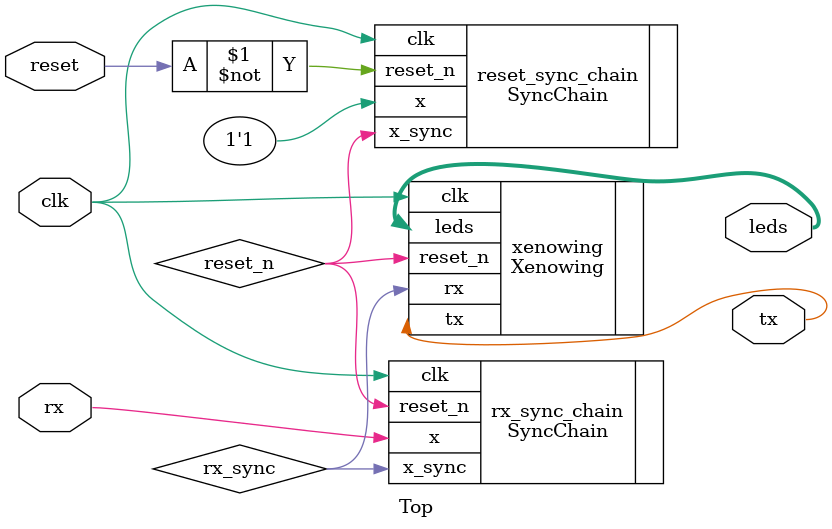
<source format=sv>
`default_nettype none

module Top(
    input wire logic reset,
    input wire logic clk,

    output wire logic tx,
    input wire logic rx,

    output wire logic [2:0] leds);

    logic reset_n;
    SyncChain #(.DEFAULT(1'b0)) reset_sync_chain(
        .reset_n(~reset),
        .clk(clk),

        .x(1'b1),

        .x_sync(reset_n));

    logic rx_sync;
    SyncChain #(.DEFAULT(1'b1)) rx_sync_chain(
        .reset_n(reset_n),
        .clk(clk),

        .x(rx),

        .x_sync(rx_sync));

    Xenowing xenowing(
        .reset_n(reset_n),
        .clk(clk),

        .tx(tx),
        .rx(rx_sync),

        .leds(leds));

endmodule

</source>
